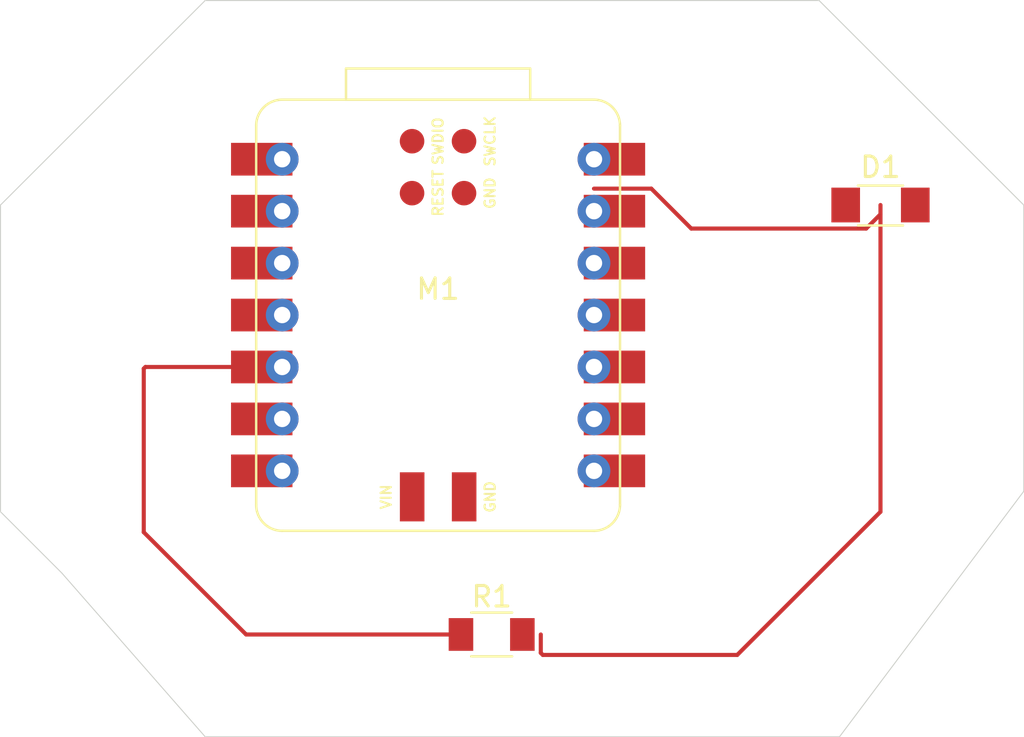
<source format=kicad_pcb>
(kicad_pcb (version 20241229) (generator "pcbnew") (generator_version "9.0")
  (layers (0 "F.Cu" signal) (2 "B.Cu" signal) (13 "F.Paste" user) (15 "B.Paste" user) (5 "F.SilkS" user "F.Silkscreen") (7 "B.SilkS" user "B.Silkscreen") (1 "F.Mask" user) (3 "B.Mask" user) (25 "Edge.Cuts" user))
  (net 0 "")
  (net 1 "PWR_GND")
  (net 2 "Net-(D1-A)")
  (net 9 "Net-(M1-D4)")
  (footprint "fab:LED_1206" (layer "F.Cu") (at 173 80)
    (property "Reference" "D1" (at 0 -1.85 0) (layer "F.SilkS"))
    (property "Value" "GREEN")
    (fp_line (start -1.1 -0.95) (end 1.1 -0.95) (stroke (width 0.12)) (layer "F.SilkS"))
    (fp_line (start -1.1 1) (end 1.1 1) (stroke (width 0.12)) (layer "F.SilkS"))
    (pad "1" smd rect (at -1.7 0) (size 1.4 1.7) (layers "F.Cu" "F.Mask" "F.Paste") (net 1 "PWR_GND"))
    (pad "2" smd rect (at 1.7 0) (size 1.4 1.7) (layers "F.Cu" "F.Mask" "F.Paste") (net 2 "Net-(D1-A)"))
  )
  (footprint "fab:R_1206" (layer "F.Cu") (at 154 101)
    (property "Reference" "R1" (at 0 -1.85 0) (layer "F.SilkS"))
    (property "Value" "220 OHM")
    (fp_line (start -1 -1.07) (end 1 -1.07) (stroke (width 0.12)) (layer "F.SilkS"))
    (fp_line (start 1 1.07) (end -1 1.07) (stroke (width 0.12)) (layer "F.SilkS"))
    (pad "1" smd rect (at -1.5 0) (size 1.2 1.6) (layers "F.Cu" "F.Mask" "F.Paste") (net 9 "Net-(M1-D4)"))
    (pad "2" smd rect (at 1.5 0) (size 1.2 1.6) (layers "F.Cu" "F.Mask" "F.Paste") (net 2 "Net-(D1-A)"))
  )
  (footprint "fab:SeeedStudio_XIAO_RP2040" (layer "F.Cu") (at 151.38 85.38)
    (property "Reference" "M1" (at 0 -1.27 0) (layer "F.SilkS"))
    (property "Value" "Module_XIAO-RP2040")
    (fp_line (start -8.8875 9.281) (end -8.8875 -9.261) (stroke (width 0.12)) (layer "F.SilkS"))
    (fp_line (start -7.6175 -10.531) (end 7.6225 -10.531) (stroke (width 0.12)) (layer "F.SilkS"))
    (fp_line (start 7.6225 10.551) (end -7.6175 10.551) (stroke (width 0.12)) (layer "F.SilkS"))
    (fp_line (start 8.8925 -9.261) (end 8.8925 9.281) (stroke (width 0.12)) (layer "F.SilkS"))
    (fp_rect (start -4.4975 -10.531) (end 4.5025 -12.055) (stroke (width 0.12)) (fill no) (layer "F.SilkS"))
    (fp_arc (start -8.8875 -9.261) (mid -8.515526 -10.159026) (end -7.6175 -10.531) (stroke (width 0.12)) (layer "F.SilkS"))
    (fp_arc (start -7.6175 10.551) (mid -8.515526 10.179026) (end -8.8875 9.281) (stroke (width 0.12)) (layer "F.SilkS"))
    (fp_arc (start 7.6225 -10.531) (mid 8.520526 -10.159026) (end 8.8925 -9.261) (stroke (width 0.12)) (layer "F.SilkS"))
    (fp_arc (start 8.8925 9.281) (mid 8.520526 10.179026) (end 7.6225 10.551) (stroke (width 0.12)) (layer "F.SilkS"))
    (fp_text user "GND" (at 2.545 8.89 90) (layer "F.SilkS") (effects (font (size 0.5 0.5) (thickness 0.1) (bold yes))))
    (fp_text user "SWCLK" (at 2.54 -8.5 90) (layer "F.SilkS") (effects (font (size 0.5 0.5) (thickness 0.1) (bold yes))))
    (fp_text user "RESET" (at 0 -5.96 90) (layer "F.SilkS") (effects (font (size 0.5 0.5) (thickness 0.1) (bold yes))))
    (fp_text user "VIN" (at -2.535 8.89 90) (layer "F.SilkS") (effects (font (size 0.5 0.5) (thickness 0.1) (bold yes))))
    (fp_text user "GND" (at 2.54 -5.96 90) (layer "F.SilkS") (effects (font (size 0.5 0.5) (thickness 0.1) (bold yes))))
    (fp_text user "SWDIO" (at 0 -8.5 90) (layer "F.SilkS") (effects (font (size 0.5 0.5) (thickness 0.1) (bold yes))))
    (pad "1" thru_hole circle (at -7.615 -7.62) (size 1.6 1.6) (drill 0.8) (layers "*.Cu" "*.Mask"))
    (pad "1" smd rect (at -7.615 -7.62) (size 3 1.6) (drill (offset -1 0)) (layers "F.Cu" "F.Mask" "F.Paste"))
    (pad "2" thru_hole circle (at -7.615 -5.08) (size 1.6 1.6) (drill 0.8) (layers "*.Cu" "*.Mask"))
    (pad "2" smd rect (at -7.615 -5.08) (size 3 1.6) (drill (offset -1 0)) (layers "F.Cu" "F.Mask" "F.Paste"))
    (pad "3" thru_hole circle (at -7.615 -2.54) (size 1.6 1.6) (drill 0.8) (layers "*.Cu" "*.Mask"))
    (pad "3" smd rect (at -7.615 -2.54) (size 3 1.6) (drill (offset -1 0)) (layers "F.Cu" "F.Mask" "F.Paste"))
    (pad "4" thru_hole circle (at -7.615 0) (size 1.6 1.6) (drill 0.8) (layers "*.Cu" "*.Mask"))
    (pad "4" smd rect (at -7.615 0) (size 3 1.6) (drill (offset -1 0)) (layers "F.Cu" "F.Mask" "F.Paste"))
    (pad "5" thru_hole circle (at -7.615 2.54) (size 1.6 1.6) (drill 0.8) (layers "*.Cu" "*.Mask") (net 9 "Net-(M1-D4)"))
    (pad "5" smd rect (at -7.615 2.54) (size 3 1.6) (drill (offset -1 0)) (layers "F.Cu" "F.Mask" "F.Paste") (net 9 "Net-(M1-D4)"))
    (pad "6" thru_hole circle (at -7.615 5.08) (size 1.6 1.6) (drill 0.8) (layers "*.Cu" "*.Mask"))
    (pad "6" smd rect (at -7.615 5.08) (size 3 1.6) (drill (offset -1 0)) (layers "F.Cu" "F.Mask" "F.Paste"))
    (pad "7" thru_hole circle (at -7.615 7.62) (size 1.6 1.6) (drill 0.8) (layers "*.Cu" "*.Mask"))
    (pad "7" smd rect (at -7.615 7.62) (size 3 1.6) (drill (offset -1 0)) (layers "F.Cu" "F.Mask" "F.Paste"))
    (pad "8" thru_hole circle (at 7.62 7.62) (size 1.6 1.6) (drill 0.8) (layers "*.Cu" "*.Mask"))
    (pad "8" smd rect (at 7.62 7.62) (size 3 1.6) (drill (offset 1 0)) (layers "F.Cu" "F.Mask" "F.Paste"))
    (pad "9" thru_hole circle (at 7.62 5.08) (size 1.6 1.6) (drill 0.8) (layers "*.Cu" "*.Mask"))
    (pad "9" smd rect (at 7.62 5.08) (size 3 1.6) (drill (offset 1 0)) (layers "F.Cu" "F.Mask" "F.Paste"))
    (pad "10" thru_hole circle (at 7.62 2.54) (size 1.6 1.6) (drill 0.8) (layers "*.Cu" "*.Mask"))
    (pad "10" smd rect (at 7.62 2.54) (size 3 1.6) (drill (offset 1 0)) (layers "F.Cu" "F.Mask" "F.Paste"))
    (pad "11" thru_hole circle (at 7.62 0) (size 1.6 1.6) (drill 0.8) (layers "*.Cu" "*.Mask"))
    (pad "11" smd rect (at 7.62 0) (size 3 1.6) (drill (offset 1 0)) (layers "F.Cu" "F.Mask" "F.Paste"))
    (pad "12" thru_hole circle (at 7.62 -2.54) (size 1.6 1.6) (drill 0.8) (layers "*.Cu" "*.Mask"))
    (pad "12" smd rect (at 7.62 -2.54) (size 3 1.6) (drill (offset 1 0)) (layers "F.Cu" "F.Mask" "F.Paste"))
    (pad "13" thru_hole circle (at 7.62 -5.08) (size 1.6 1.6) (drill 0.8) (layers "*.Cu" "*.Mask") (net 1 "PWR_GND"))
    (pad "13" smd rect (at 7.62 -5.08) (size 3 1.6) (drill (offset 1 0)) (layers "F.Cu" "F.Mask" "F.Paste") (net 1 "PWR_GND"))
    (pad "14" thru_hole circle (at 7.62 -7.62) (size 1.6 1.6) (drill 0.8) (layers "*.Cu" "*.Mask"))
    (pad "14" smd rect (at 7.62 -7.62) (size 3 1.6) (drill (offset 1 0)) (layers "F.Cu" "F.Mask" "F.Paste"))
    (pad "15" smd rect (at 1.275 8.89 270) (size 2.4 1.2) (layers "F.Cu" "F.Mask" "F.Paste"))
    (pad "16" smd rect (at -1.265 8.89 270) (size 2.4 1.2) (layers "F.Cu" "F.Mask" "F.Paste"))
    (pad "17" smd circle (at -1.27 -8.5) (size 1.2 1.2) (layers "F.Cu" "F.Mask" "F.Paste"))
    (pad "18" smd circle (at -1.27 -5.96) (size 1.2 1.2) (layers "F.Cu" "F.Mask" "F.Paste"))
    (pad "19" smd circle (at 1.27 -5.96) (size 1.2 1.2) (layers "F.Cu" "F.Mask" "F.Paste"))
    (pad "20" smd circle (at 1.27 -8.5) (size 1.2 1.2) (layers "F.Cu" "F.Mask" "F.Paste"))
  )
  (gr_line (start 140 106) (end 133 98) (stroke (width 0.05)) (layer "Edge.Cuts"))
  (gr_line (start 140 70) (end 170 70) (stroke (width 0.05)) (layer "Edge.Cuts"))
  (gr_line (start 180 80) (end 180 94) (stroke (width 0.05)) (layer "Edge.Cuts"))
  (gr_line (start 130 95) (end 130 80) (stroke (width 0.05)) (layer "Edge.Cuts"))
  (gr_line (start 180 94) (end 171 106) (stroke (width 0.05)) (layer "Edge.Cuts"))
  (gr_line (start 130 80) (end 140 70) (stroke (width 0.05)) (layer "Edge.Cuts"))
  (gr_line (start 180 80) (end 170 70) (stroke (width 0.05)) (layer "Edge.Cuts"))
  (gr_line (start 171 106) (end 140 106) (stroke (width 0.05)) (layer "Edge.Cuts"))
  (gr_line (start 133 98) (end 130 95) (stroke (width 0.05)) (layer "Edge.Cuts"))
  (segment (start 173 80.452) (end 172.301 81.151) (width 0.2) (layer "F.Cu") (net 0))
  (segment (start 173 80) (end 173 80.452) (width 0.2) (layer "F.Cu") (net 0))
  (segment (start 161.801 79.199) (end 159 79.199) (width 0.2) (layer "F.Cu") (net 0))
  (segment (start 156.5 102) (end 156.401 101.901) (width 0.2) (layer "F.Cu") (net 0))
  (segment (start 166 102) (end 156.5 102) (width 0.2) (layer "F.Cu") (net 0))
  (segment (start 172.301 81.151) (end 163.753 81.151) (width 0.2) (layer "F.Cu") (net 0))
  (segment (start 173 95) (end 166 102) (width 0.2) (layer "F.Cu") (net 0))
  (segment (start 156.401 101.901) (end 156.401 101) (width 0.2) (layer "F.Cu") (net 0))
  (segment (start 163.753 81.151) (end 161.801 79.199) (width 0.2) (layer "F.Cu") (net 0))
  (segment (start 173 80.452) (end 173 95) (width 0.2) (layer "F.Cu") (net 0))
  (segment (start 143.765 87.92) (end 137.08 87.92) (width 0.2) (layer "F.Cu") (net 9))
  (segment (start 137 96) (end 142 101) (width 0.2) (layer "F.Cu") (net 9))
  (segment (start 137.08 87.92) (end 137 88) (width 0.2) (layer "F.Cu") (net 9))
  (segment (start 142 101) (end 152.5 101) (width 0.2) (layer "F.Cu") (net 9))
  (segment (start 137 88) (end 137 96) (width 0.2) (layer "F.Cu") (net 9))
)
</source>
